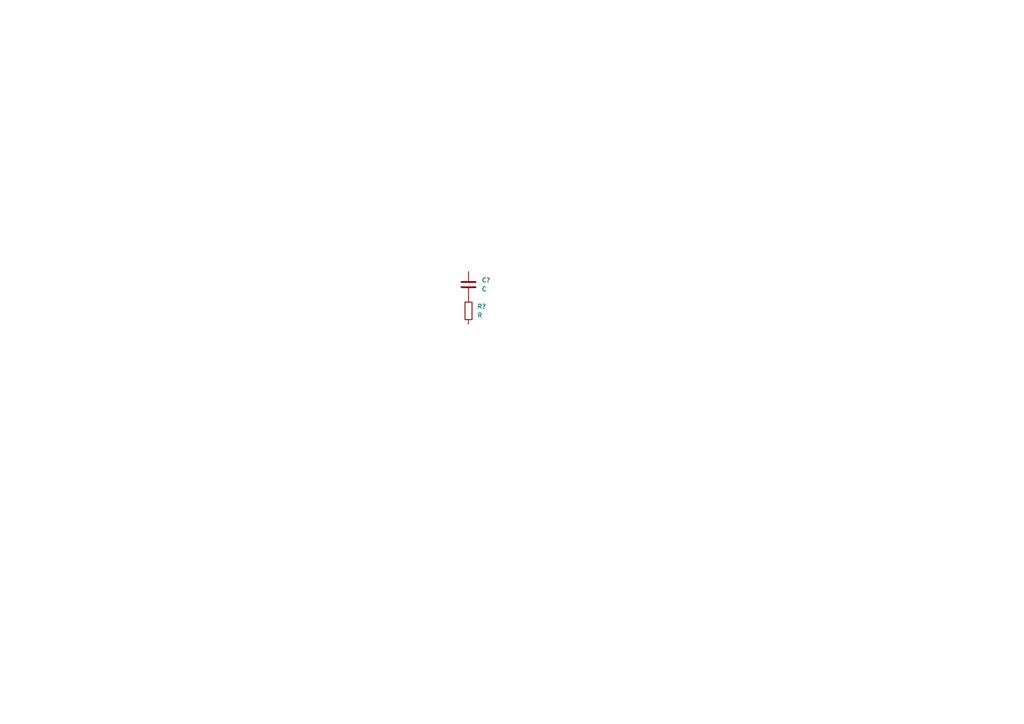
<source format=kicad_sch>
(kicad_sch
	(version 20231120)
	(generator "eeschema")
	(generator_version "8.0")
	(uuid "e6760b87-7812-4795-9fb7-870f4ef426c8")
	(paper "A4")
	(lib_symbols
		(symbol "Device:C"
			(pin_numbers hide)
			(pin_names
				(offset 0.254)
			)
			(exclude_from_sim no)
			(in_bom yes)
			(on_board yes)
			(property "Reference" "C"
				(at 0.635 2.54 0)
				(effects
					(font
						(size 1.27 1.27)
					)
					(justify left)
				)
			)
			(property "Value" "C"
				(at 0.635 -2.54 0)
				(effects
					(font
						(size 1.27 1.27)
					)
					(justify left)
				)
			)
			(property "Footprint" ""
				(at 0.9652 -3.81 0)
				(effects
					(font
						(size 1.27 1.27)
					)
					(hide yes)
				)
			)
			(property "Datasheet" "~"
				(at 0 0 0)
				(effects
					(font
						(size 1.27 1.27)
					)
					(hide yes)
				)
			)
			(property "Description" "Unpolarized capacitor"
				(at 0 0 0)
				(effects
					(font
						(size 1.27 1.27)
					)
					(hide yes)
				)
			)
			(property "ki_keywords" "cap capacitor"
				(at 0 0 0)
				(effects
					(font
						(size 1.27 1.27)
					)
					(hide yes)
				)
			)
			(property "ki_fp_filters" "C_*"
				(at 0 0 0)
				(effects
					(font
						(size 1.27 1.27)
					)
					(hide yes)
				)
			)
			(symbol "C_0_1"
				(polyline
					(pts
						(xy -2.032 -0.762) (xy 2.032 -0.762)
					)
					(stroke
						(width 0.508)
						(type default)
					)
					(fill
						(type none)
					)
				)
				(polyline
					(pts
						(xy -2.032 0.762) (xy 2.032 0.762)
					)
					(stroke
						(width 0.508)
						(type default)
					)
					(fill
						(type none)
					)
				)
			)
			(symbol "C_1_1"
				(pin passive line
					(at 0 3.81 270)
					(length 2.794)
					(name "~"
						(effects
							(font
								(size 1.27 1.27)
							)
						)
					)
					(number "1"
						(effects
							(font
								(size 1.27 1.27)
							)
						)
					)
				)
				(pin passive line
					(at 0 -3.81 90)
					(length 2.794)
					(name "~"
						(effects
							(font
								(size 1.27 1.27)
							)
						)
					)
					(number "2"
						(effects
							(font
								(size 1.27 1.27)
							)
						)
					)
				)
			)
		)
		(symbol "Device:R"
			(pin_numbers hide)
			(pin_names
				(offset 0)
			)
			(exclude_from_sim no)
			(in_bom yes)
			(on_board yes)
			(property "Reference" "R"
				(at 2.032 0 90)
				(effects
					(font
						(size 1.27 1.27)
					)
				)
			)
			(property "Value" "R"
				(at 0 0 90)
				(effects
					(font
						(size 1.27 1.27)
					)
				)
			)
			(property "Footprint" ""
				(at -1.778 0 90)
				(effects
					(font
						(size 1.27 1.27)
					)
					(hide yes)
				)
			)
			(property "Datasheet" "~"
				(at 0 0 0)
				(effects
					(font
						(size 1.27 1.27)
					)
					(hide yes)
				)
			)
			(property "Description" "Resistor"
				(at 0 0 0)
				(effects
					(font
						(size 1.27 1.27)
					)
					(hide yes)
				)
			)
			(property "ki_keywords" "R res resistor"
				(at 0 0 0)
				(effects
					(font
						(size 1.27 1.27)
					)
					(hide yes)
				)
			)
			(property "ki_fp_filters" "R_*"
				(at 0 0 0)
				(effects
					(font
						(size 1.27 1.27)
					)
					(hide yes)
				)
			)
			(symbol "R_0_1"
				(rectangle
					(start -1.016 -2.54)
					(end 1.016 2.54)
					(stroke
						(width 0.254)
						(type default)
					)
					(fill
						(type none)
					)
				)
			)
			(symbol "R_1_1"
				(pin passive line
					(at 0 3.81 270)
					(length 1.27)
					(name "~"
						(effects
							(font
								(size 1.27 1.27)
							)
						)
					)
					(number "1"
						(effects
							(font
								(size 1.27 1.27)
							)
						)
					)
				)
				(pin passive line
					(at 0 -3.81 90)
					(length 1.27)
					(name "~"
						(effects
							(font
								(size 1.27 1.27)
							)
						)
					)
					(number "2"
						(effects
							(font
								(size 1.27 1.27)
							)
						)
					)
				)
			)
		)
	)
	(symbol
		(lib_id "Device:R")
		(at 135.89 90.17 0)
		(unit 1)
		(exclude_from_sim no)
		(in_bom yes)
		(on_board yes)
		(dnp no)
		(fields_autoplaced yes)
		(uuid "1a50d5fe-6a9b-494d-ae1d-b3141d67b53c")
		(property "Reference" "R?"
			(at 138.43 88.8999 0)
			(effects
				(font
					(size 1.27 1.27)
				)
				(justify left)
			)
		)
		(property "Value" "R"
			(at 138.43 91.4399 0)
			(effects
				(font
					(size 1.27 1.27)
				)
				(justify left)
			)
		)
		(property "Footprint" ""
			(at 134.112 90.17 90)
			(effects
				(font
					(size 1.27 1.27)
				)
				(hide yes)
			)
		)
		(property "Datasheet" "~"
			(at 135.89 90.17 0)
			(effects
				(font
					(size 1.27 1.27)
				)
				(hide yes)
			)
		)
		(property "Description" "Resistor"
			(at 135.89 90.17 0)
			(effects
				(font
					(size 1.27 1.27)
				)
				(hide yes)
			)
		)
		(pin "1"
			(uuid "d6f82cff-862c-4d3b-94b5-c60104a29ed0")
		)
		(pin "2"
			(uuid "c256385c-999b-457a-835b-a6444d84c553")
		)
		(instances
			(project ""
				(path "/e6760b87-7812-4795-9fb7-870f4ef426c8"
					(reference "R?")
					(unit 1)
				)
			)
		)
	)
	(symbol
		(lib_id "Device:C")
		(at 135.89 82.55 0)
		(unit 1)
		(exclude_from_sim no)
		(in_bom yes)
		(on_board yes)
		(dnp no)
		(fields_autoplaced yes)
		(uuid "ccc51ca4-4a2e-4708-a91c-9b681248393d")
		(property "Reference" "C?"
			(at 139.7 81.2799 0)
			(effects
				(font
					(size 1.27 1.27)
				)
				(justify left)
			)
		)
		(property "Value" "C"
			(at 139.7 83.8199 0)
			(effects
				(font
					(size 1.27 1.27)
				)
				(justify left)
			)
		)
		(property "Footprint" ""
			(at 136.8552 86.36 0)
			(effects
				(font
					(size 1.27 1.27)
				)
				(hide yes)
			)
		)
		(property "Datasheet" "~"
			(at 135.89 82.55 0)
			(effects
				(font
					(size 1.27 1.27)
				)
				(hide yes)
			)
		)
		(property "Description" "Unpolarized capacitor"
			(at 135.89 82.55 0)
			(effects
				(font
					(size 1.27 1.27)
				)
				(hide yes)
			)
		)
		(pin "2"
			(uuid "de05cdeb-9bae-4775-ac86-e84cd5eb604e")
		)
		(pin "1"
			(uuid "157908a3-1ca4-4294-aa62-027cc9fd0158")
		)
		(instances
			(project ""
				(path "/e6760b87-7812-4795-9fb7-870f4ef426c8"
					(reference "C?")
					(unit 1)
				)
			)
		)
	)
	(sheet_instances
		(path "/"
			(page "1")
		)
	)
)

</source>
